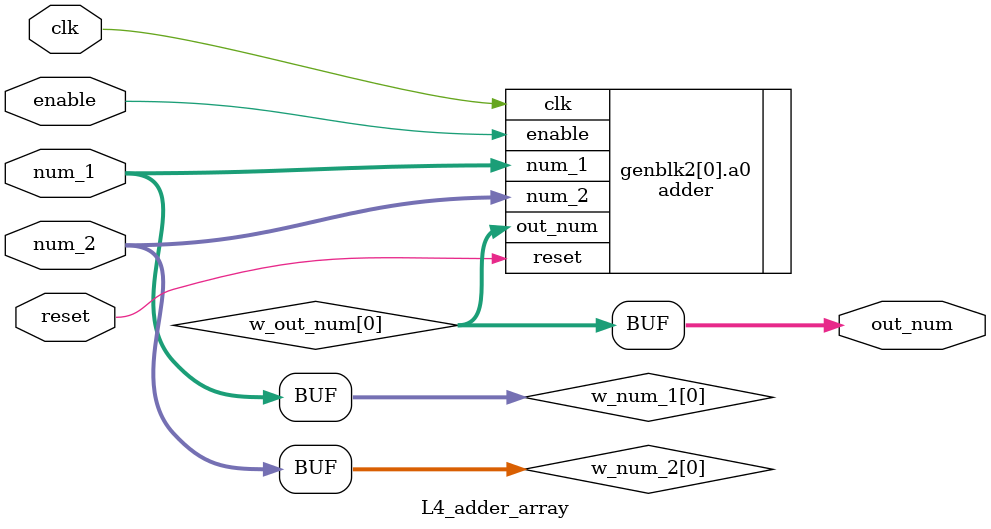
<source format=v>
`timescale 1ns / 1ps
`ifndef adder
    `include "/media/vnay01/B8BA7DCEBA7D89A0/Users/vnay0/Documents/GitHub/NeuralNetworks/DesignFiles/BuildingBlocks/adder.v"
   `endif    
   
`ifndef high_val
    `define high_val 1'b1
    `endif 
`ifndef low_val    
    `define low_val 1'b0
    `endif     
        


module L4_adder_array #(parameter data_width = 19,
                        parameter array_size = 1
                        )(
                        clk,
                        reset,
                        enable,
                        num_1,
                        num_2,
                        out_num                            
                        );
// Port directions

input clk;
input reset;
input enable;
input [(data_width * array_size )-1:0] num_1;           
input [(data_width * array_size )-1:0] num_2; 
output [((data_width  * array_size ) + array_size - 1) :0] out_num;        // total output bit size : 136 bits

wire [data_width-1: 0] w_num_1 [array_size-1 : 0];
wire [data_width-1: 0] w_num_2[array_size-1 : 0];
wire [data_width : 0] w_out_num [array_size -1 : 0];

parameter output_width = (data_width  * array_size ) + array_size;

genvar i;

// Input sampling
for (i = 0 ; i < array_size ; i = i + 1) begin
    assign w_num_1[i] = num_1[((i+1)*data_width) -1 :(i*data_width)];
    assign w_num_2[i] = num_2[((i+1)*data_width) -1 :(i*data_width)];
end

// ADDER module instantiations
generate
for(i = 0; i < array_size; i = i + 1) begin
        adder #(.num_width(19)) a0(
                  .clk(clk),
                  .reset(reset),
                  .enable(enable),
                  .num_1(w_num_1[i]),
                  .num_2(w_num_2[i]),
                  .out_num(w_out_num[i])  
                  );
end
endgenerate

// Output sampling -- Reduce registers once design is functional
assign out_num = {w_out_num[0]};
/*
always@(posedge clk)
    begin
        if (!reset) begin
            out_num <= {output_width{1'b0}};
            end
          else
          out_num <= {w_out_num[0]};
           
    end
    */
                     
endmodule

</source>
